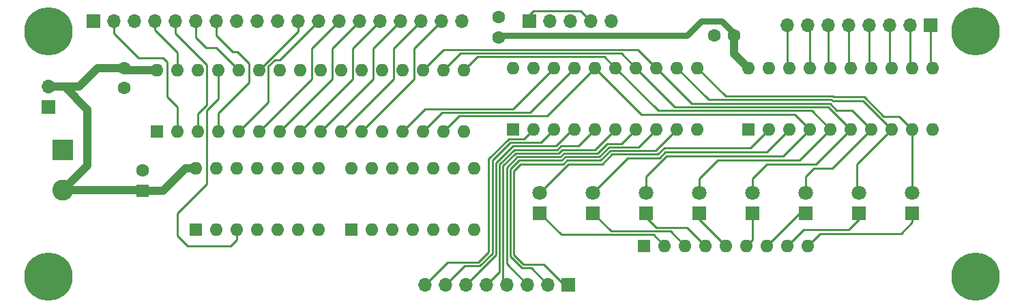
<source format=gbr>
%TF.GenerationSoftware,KiCad,Pcbnew,(5.1.9-0-10_14)*%
%TF.CreationDate,2021-05-21T22:27:02-04:00*%
%TF.ProjectId,RAM,52414d2e-6b69-4636-9164-5f7063625858,rev?*%
%TF.SameCoordinates,Original*%
%TF.FileFunction,Copper,L1,Top*%
%TF.FilePolarity,Positive*%
%FSLAX46Y46*%
G04 Gerber Fmt 4.6, Leading zero omitted, Abs format (unit mm)*
G04 Created by KiCad (PCBNEW (5.1.9-0-10_14)) date 2021-05-21 22:27:02*
%MOMM*%
%LPD*%
G01*
G04 APERTURE LIST*
%TA.AperFunction,ComponentPad*%
%ADD10O,1.700000X1.700000*%
%TD*%
%TA.AperFunction,ComponentPad*%
%ADD11R,1.700000X1.700000*%
%TD*%
%TA.AperFunction,ComponentPad*%
%ADD12O,1.600000X1.600000*%
%TD*%
%TA.AperFunction,ComponentPad*%
%ADD13R,1.600000X1.600000*%
%TD*%
%TA.AperFunction,ComponentPad*%
%ADD14C,6.000000*%
%TD*%
%TA.AperFunction,ComponentPad*%
%ADD15C,0.800000*%
%TD*%
%TA.AperFunction,ComponentPad*%
%ADD16C,2.600000*%
%TD*%
%TA.AperFunction,ComponentPad*%
%ADD17R,2.600000X2.600000*%
%TD*%
%TA.AperFunction,ComponentPad*%
%ADD18C,1.800000*%
%TD*%
%TA.AperFunction,ComponentPad*%
%ADD19R,1.800000X1.800000*%
%TD*%
%TA.AperFunction,ComponentPad*%
%ADD20C,1.600000*%
%TD*%
%TA.AperFunction,Conductor*%
%ADD21C,1.000000*%
%TD*%
%TA.AperFunction,Conductor*%
%ADD22C,0.750000*%
%TD*%
%TA.AperFunction,Conductor*%
%ADD23C,0.250000*%
%TD*%
G04 APERTURE END LIST*
D10*
%TO.P,J2,5*%
%TO.N,OUTPUT_ENABLE*%
X145796000Y-66294000D03*
%TO.P,J2,4*%
%TO.N,WRITE_ENABLE*%
X143256000Y-66294000D03*
%TO.P,J2,3*%
%TO.N,CLOCK*%
X140716000Y-66294000D03*
%TO.P,J2,2*%
%TO.N,PROGRAM_MODE*%
X138176000Y-66294000D03*
D11*
%TO.P,J2,1*%
%TO.N,WRITE_ENABLE*%
X135636000Y-66294000D03*
%TD*%
D12*
%TO.P,U6,14*%
%TO.N,VCC*%
X113538000Y-84582000D03*
%TO.P,U6,7*%
%TO.N,GND*%
X128778000Y-92202000D03*
%TO.P,U6,13*%
%TO.N,N/C*%
X116078000Y-84582000D03*
%TO.P,U6,6*%
X126238000Y-92202000D03*
%TO.P,U6,12*%
X118618000Y-84582000D03*
%TO.P,U6,5*%
X123698000Y-92202000D03*
%TO.P,U6,11*%
X121158000Y-84582000D03*
%TO.P,U6,4*%
X121158000Y-92202000D03*
%TO.P,U6,10*%
X123698000Y-84582000D03*
%TO.P,U6,3*%
%TO.N,Net-(U4-Pad1)*%
X118618000Y-92202000D03*
%TO.P,U6,9*%
%TO.N,N/C*%
X126238000Y-84582000D03*
%TO.P,U6,2*%
%TO.N,CLOCK*%
X116078000Y-92202000D03*
%TO.P,U6,8*%
%TO.N,N/C*%
X128778000Y-84582000D03*
D13*
%TO.P,U6,1*%
%TO.N,PROGRAM_MODE*%
X113538000Y-92202000D03*
%TD*%
D12*
%TO.P,U4,14*%
%TO.N,VCC*%
X94234000Y-84582000D03*
%TO.P,U4,7*%
%TO.N,GND*%
X109474000Y-92202000D03*
%TO.P,U4,13*%
%TO.N,N/C*%
X96774000Y-84582000D03*
%TO.P,U4,6*%
X106934000Y-92202000D03*
%TO.P,U4,12*%
X99314000Y-84582000D03*
%TO.P,U4,5*%
X104394000Y-92202000D03*
%TO.P,U4,11*%
X101854000Y-84582000D03*
%TO.P,U4,4*%
X101854000Y-92202000D03*
%TO.P,U4,10*%
X104394000Y-84582000D03*
%TO.P,U4,3*%
%TO.N,Net-(U1-Pad29)*%
X99314000Y-92202000D03*
%TO.P,U4,9*%
%TO.N,N/C*%
X106934000Y-84582000D03*
%TO.P,U4,2*%
%TO.N,WRITE_ENABLE*%
X96774000Y-92202000D03*
%TO.P,U4,8*%
%TO.N,N/C*%
X109474000Y-84582000D03*
D13*
%TO.P,U4,1*%
%TO.N,Net-(U4-Pad1)*%
X94234000Y-92202000D03*
%TD*%
D12*
%TO.P,U2,20*%
%TO.N,VCC*%
X162814000Y-72136000D03*
%TO.P,U2,10*%
%TO.N,GND*%
X185674000Y-79756000D03*
%TO.P,U2,19*%
%TO.N,OUTPUT_ENABLE*%
X165354000Y-72136000D03*
%TO.P,U2,9*%
%TO.N,/IO7*%
X183134000Y-79756000D03*
%TO.P,U2,18*%
%TO.N,BUS0*%
X167894000Y-72136000D03*
%TO.P,U2,8*%
%TO.N,/IO6*%
X180594000Y-79756000D03*
%TO.P,U2,17*%
%TO.N,BUS1*%
X170434000Y-72136000D03*
%TO.P,U2,7*%
%TO.N,/IO5*%
X178054000Y-79756000D03*
%TO.P,U2,16*%
%TO.N,BUS2*%
X172974000Y-72136000D03*
%TO.P,U2,6*%
%TO.N,/IO4*%
X175514000Y-79756000D03*
%TO.P,U2,15*%
%TO.N,BUS3*%
X175514000Y-72136000D03*
%TO.P,U2,5*%
%TO.N,/IO3*%
X172974000Y-79756000D03*
%TO.P,U2,14*%
%TO.N,BUS4*%
X178054000Y-72136000D03*
%TO.P,U2,4*%
%TO.N,/IO2*%
X170434000Y-79756000D03*
%TO.P,U2,13*%
%TO.N,BUS5*%
X180594000Y-72136000D03*
%TO.P,U2,3*%
%TO.N,/IO1*%
X167894000Y-79756000D03*
%TO.P,U2,12*%
%TO.N,BUS6*%
X183134000Y-72136000D03*
%TO.P,U2,2*%
%TO.N,/IO0*%
X165354000Y-79756000D03*
%TO.P,U2,11*%
%TO.N,BUS7*%
X185674000Y-72136000D03*
D13*
%TO.P,U2,1*%
%TO.N,VCC*%
X162814000Y-79756000D03*
%TD*%
D10*
%TO.P,J7,8*%
%TO.N,D0*%
X122682000Y-99060000D03*
%TO.P,J7,7*%
%TO.N,D1*%
X125222000Y-99060000D03*
%TO.P,J7,6*%
%TO.N,D2*%
X127762000Y-99060000D03*
%TO.P,J7,5*%
%TO.N,D3*%
X130302000Y-99060000D03*
%TO.P,J7,4*%
%TO.N,D4*%
X132842000Y-99060000D03*
%TO.P,J7,3*%
%TO.N,D5*%
X135382000Y-99060000D03*
%TO.P,J7,2*%
%TO.N,D6*%
X137922000Y-99060000D03*
D11*
%TO.P,J7,1*%
%TO.N,D7*%
X140462000Y-99060000D03*
%TD*%
D10*
%TO.P,J6,8*%
%TO.N,BUS0*%
X167640000Y-66802000D03*
%TO.P,J6,7*%
%TO.N,BUS1*%
X170180000Y-66802000D03*
%TO.P,J6,6*%
%TO.N,BUS2*%
X172720000Y-66802000D03*
%TO.P,J6,5*%
%TO.N,BUS3*%
X175260000Y-66802000D03*
%TO.P,J6,4*%
%TO.N,BUS4*%
X177800000Y-66802000D03*
%TO.P,J6,3*%
%TO.N,BUS5*%
X180340000Y-66802000D03*
%TO.P,J6,2*%
%TO.N,BUS6*%
X182880000Y-66802000D03*
D11*
%TO.P,J6,1*%
%TO.N,BUS7*%
X185420000Y-66802000D03*
%TD*%
D10*
%TO.P,J3,2*%
%TO.N,VCC*%
X75946000Y-74422000D03*
D11*
%TO.P,J3,1*%
%TO.N,GND*%
X75946000Y-76962000D03*
%TD*%
D10*
%TO.P,J1,19*%
%TO.N,A0*%
X127254000Y-66294000D03*
%TO.P,J1,18*%
%TO.N,A1*%
X124714000Y-66294000D03*
%TO.P,J1,17*%
%TO.N,A2*%
X122174000Y-66294000D03*
%TO.P,J1,16*%
%TO.N,A3*%
X119634000Y-66294000D03*
%TO.P,J1,15*%
%TO.N,A4*%
X117094000Y-66294000D03*
%TO.P,J1,14*%
%TO.N,A5*%
X114554000Y-66294000D03*
%TO.P,J1,13*%
%TO.N,A6*%
X112014000Y-66294000D03*
%TO.P,J1,12*%
%TO.N,A7*%
X109474000Y-66294000D03*
%TO.P,J1,11*%
%TO.N,A8*%
X106934000Y-66294000D03*
%TO.P,J1,10*%
%TO.N,A9*%
X104394000Y-66294000D03*
%TO.P,J1,9*%
%TO.N,A10*%
X101854000Y-66294000D03*
%TO.P,J1,8*%
%TO.N,A11*%
X99314000Y-66294000D03*
%TO.P,J1,7*%
%TO.N,A12*%
X96774000Y-66294000D03*
%TO.P,J1,6*%
%TO.N,A13*%
X94234000Y-66294000D03*
%TO.P,J1,5*%
%TO.N,A14*%
X91694000Y-66294000D03*
%TO.P,J1,4*%
%TO.N,A15*%
X89154000Y-66294000D03*
%TO.P,J1,3*%
%TO.N,VCC*%
X86614000Y-66294000D03*
%TO.P,J1,2*%
%TO.N,A16*%
X84074000Y-66294000D03*
D11*
%TO.P,J1,1*%
%TO.N,GND*%
X81534000Y-66294000D03*
%TD*%
D14*
%TO.P,REF\u002A\u002A,1*%
%TO.N,N/C*%
X191008000Y-67564000D03*
D15*
X193258000Y-67564000D03*
X192598990Y-69154990D03*
X191008000Y-69814000D03*
X189417010Y-69154990D03*
X188758000Y-67564000D03*
X189417010Y-65973010D03*
X191008000Y-65314000D03*
X192598990Y-65973010D03*
%TD*%
%TO.P,REF\u002A\u002A,1*%
%TO.N,N/C*%
X192598990Y-96453010D03*
X191008000Y-95794000D03*
X189417010Y-96453010D03*
X188758000Y-98044000D03*
X189417010Y-99634990D03*
X191008000Y-100294000D03*
X192598990Y-99634990D03*
X193258000Y-98044000D03*
D14*
X191008000Y-98044000D03*
%TD*%
%TO.P,REF\u002A\u002A,1*%
%TO.N,N/C*%
X75946000Y-98044000D03*
D15*
X78196000Y-98044000D03*
X77536990Y-99634990D03*
X75946000Y-100294000D03*
X74355010Y-99634990D03*
X73696000Y-98044000D03*
X74355010Y-96453010D03*
X75946000Y-95794000D03*
X77536990Y-96453010D03*
%TD*%
%TO.P,REF\u002A\u002A,1*%
%TO.N,N/C*%
X77536990Y-65973010D03*
X75946000Y-65314000D03*
X74355010Y-65973010D03*
X73696000Y-67564000D03*
X74355010Y-69154990D03*
X75946000Y-69814000D03*
X77536990Y-69154990D03*
X78196000Y-67564000D03*
D14*
X75946000Y-67564000D03*
%TD*%
D12*
%TO.P,U3,20*%
%TO.N,VCC*%
X133604000Y-72136000D03*
%TO.P,U3,10*%
%TO.N,GND*%
X156464000Y-79756000D03*
%TO.P,U3,19*%
%TO.N,Net-(U1-Pad29)*%
X136144000Y-72136000D03*
%TO.P,U3,9*%
%TO.N,D7*%
X153924000Y-79756000D03*
%TO.P,U3,18*%
%TO.N,/IO0*%
X138684000Y-72136000D03*
%TO.P,U3,8*%
%TO.N,D6*%
X151384000Y-79756000D03*
%TO.P,U3,17*%
%TO.N,/IO1*%
X141224000Y-72136000D03*
%TO.P,U3,7*%
%TO.N,D5*%
X148844000Y-79756000D03*
%TO.P,U3,16*%
%TO.N,/IO2*%
X143764000Y-72136000D03*
%TO.P,U3,6*%
%TO.N,D4*%
X146304000Y-79756000D03*
%TO.P,U3,15*%
%TO.N,/IO3*%
X146304000Y-72136000D03*
%TO.P,U3,5*%
%TO.N,D3*%
X143764000Y-79756000D03*
%TO.P,U3,14*%
%TO.N,/IO4*%
X148844000Y-72136000D03*
%TO.P,U3,4*%
%TO.N,D2*%
X141224000Y-79756000D03*
%TO.P,U3,13*%
%TO.N,/IO5*%
X151384000Y-72136000D03*
%TO.P,U3,3*%
%TO.N,D1*%
X138684000Y-79756000D03*
%TO.P,U3,12*%
%TO.N,/IO6*%
X153924000Y-72136000D03*
%TO.P,U3,2*%
%TO.N,D0*%
X136144000Y-79756000D03*
%TO.P,U3,11*%
%TO.N,/IO7*%
X156464000Y-72136000D03*
D13*
%TO.P,U3,1*%
%TO.N,VCC*%
X133604000Y-79756000D03*
%TD*%
D12*
%TO.P,U1,32*%
%TO.N,VCC*%
X89408000Y-72390000D03*
%TO.P,U1,16*%
%TO.N,GND*%
X127508000Y-80010000D03*
%TO.P,U1,31*%
%TO.N,A15*%
X91948000Y-72390000D03*
%TO.P,U1,15*%
%TO.N,/IO2*%
X124968000Y-80010000D03*
%TO.P,U1,30*%
%TO.N,VCC*%
X94488000Y-72390000D03*
%TO.P,U1,14*%
%TO.N,/IO1*%
X122428000Y-80010000D03*
%TO.P,U1,29*%
%TO.N,Net-(U1-Pad29)*%
X97028000Y-72390000D03*
%TO.P,U1,13*%
%TO.N,/IO0*%
X119888000Y-80010000D03*
%TO.P,U1,28*%
%TO.N,A13*%
X99568000Y-72390000D03*
%TO.P,U1,12*%
%TO.N,A0*%
X117348000Y-80010000D03*
%TO.P,U1,27*%
%TO.N,A8*%
X102108000Y-72390000D03*
%TO.P,U1,11*%
%TO.N,A1*%
X114808000Y-80010000D03*
%TO.P,U1,26*%
%TO.N,A9*%
X104648000Y-72390000D03*
%TO.P,U1,10*%
%TO.N,A2*%
X112268000Y-80010000D03*
%TO.P,U1,25*%
%TO.N,A11*%
X107188000Y-72390000D03*
%TO.P,U1,9*%
%TO.N,A3*%
X109728000Y-80010000D03*
%TO.P,U1,24*%
%TO.N,GND*%
X109728000Y-72390000D03*
%TO.P,U1,8*%
%TO.N,A4*%
X107188000Y-80010000D03*
%TO.P,U1,23*%
%TO.N,A10*%
X112268000Y-72390000D03*
%TO.P,U1,7*%
%TO.N,A5*%
X104648000Y-80010000D03*
%TO.P,U1,22*%
%TO.N,GND*%
X114808000Y-72390000D03*
%TO.P,U1,6*%
%TO.N,A6*%
X102108000Y-80010000D03*
%TO.P,U1,21*%
%TO.N,/IO7*%
X117348000Y-72390000D03*
%TO.P,U1,5*%
%TO.N,A7*%
X99568000Y-80010000D03*
%TO.P,U1,20*%
%TO.N,/IO6*%
X119888000Y-72390000D03*
%TO.P,U1,4*%
%TO.N,A12*%
X97028000Y-80010000D03*
%TO.P,U1,19*%
%TO.N,/IO5*%
X122428000Y-72390000D03*
%TO.P,U1,3*%
%TO.N,A14*%
X94488000Y-80010000D03*
%TO.P,U1,18*%
%TO.N,/IO4*%
X124968000Y-72390000D03*
%TO.P,U1,2*%
%TO.N,A16*%
X91948000Y-80010000D03*
%TO.P,U1,17*%
%TO.N,/IO3*%
X127508000Y-72390000D03*
D13*
%TO.P,U1,1*%
%TO.N,Net-(U1-Pad1)*%
X89408000Y-80010000D03*
%TD*%
D12*
%TO.P,RN1,9*%
%TO.N,Net-(D1-Pad1)*%
X170180000Y-94234000D03*
%TO.P,RN1,8*%
%TO.N,Net-(D2-Pad1)*%
X167640000Y-94234000D03*
%TO.P,RN1,7*%
%TO.N,Net-(D3-Pad1)*%
X165100000Y-94234000D03*
%TO.P,RN1,6*%
%TO.N,Net-(D4-Pad1)*%
X162560000Y-94234000D03*
%TO.P,RN1,5*%
%TO.N,Net-(D5-Pad1)*%
X160020000Y-94234000D03*
%TO.P,RN1,4*%
%TO.N,Net-(D6-Pad1)*%
X157480000Y-94234000D03*
%TO.P,RN1,3*%
%TO.N,Net-(D7-Pad1)*%
X154940000Y-94234000D03*
%TO.P,RN1,2*%
%TO.N,Net-(D8-Pad1)*%
X152400000Y-94234000D03*
D13*
%TO.P,RN1,1*%
%TO.N,GND*%
X149860000Y-94234000D03*
%TD*%
D16*
%TO.P,J4,2*%
%TO.N,VCC*%
X77724000Y-87296000D03*
D17*
%TO.P,J4,1*%
%TO.N,GND*%
X77724000Y-82296000D03*
%TD*%
D18*
%TO.P,D8,2*%
%TO.N,/IO0*%
X136906000Y-87630000D03*
D19*
%TO.P,D8,1*%
%TO.N,Net-(D8-Pad1)*%
X136906000Y-90170000D03*
%TD*%
D18*
%TO.P,D7,2*%
%TO.N,/IO1*%
X143510000Y-87630000D03*
D19*
%TO.P,D7,1*%
%TO.N,Net-(D7-Pad1)*%
X143510000Y-90170000D03*
%TD*%
D18*
%TO.P,D6,2*%
%TO.N,/IO2*%
X150114000Y-87630000D03*
D19*
%TO.P,D6,1*%
%TO.N,Net-(D6-Pad1)*%
X150114000Y-90170000D03*
%TD*%
D18*
%TO.P,D5,2*%
%TO.N,/IO3*%
X156718000Y-87630000D03*
D19*
%TO.P,D5,1*%
%TO.N,Net-(D5-Pad1)*%
X156718000Y-90170000D03*
%TD*%
D18*
%TO.P,D4,2*%
%TO.N,/IO4*%
X163322000Y-87630000D03*
D19*
%TO.P,D4,1*%
%TO.N,Net-(D4-Pad1)*%
X163322000Y-90170000D03*
%TD*%
D18*
%TO.P,D3,2*%
%TO.N,/IO5*%
X169926000Y-87630000D03*
D19*
%TO.P,D3,1*%
%TO.N,Net-(D3-Pad1)*%
X169926000Y-90170000D03*
%TD*%
D18*
%TO.P,D2,2*%
%TO.N,/IO6*%
X176530000Y-87630000D03*
D19*
%TO.P,D2,1*%
%TO.N,Net-(D2-Pad1)*%
X176530000Y-90170000D03*
%TD*%
D18*
%TO.P,D1,2*%
%TO.N,/IO7*%
X183134000Y-87630000D03*
D19*
%TO.P,D1,1*%
%TO.N,Net-(D1-Pad1)*%
X183134000Y-90170000D03*
%TD*%
D20*
%TO.P,C4,2*%
%TO.N,GND*%
X158536000Y-68072000D03*
%TO.P,C4,1*%
%TO.N,VCC*%
X161036000Y-68072000D03*
%TD*%
%TO.P,C3,2*%
%TO.N,GND*%
X131826000Y-65826000D03*
%TO.P,C3,1*%
%TO.N,VCC*%
X131826000Y-68326000D03*
%TD*%
%TO.P,C2,2*%
%TO.N,GND*%
X85344000Y-74636000D03*
%TO.P,C2,1*%
%TO.N,VCC*%
X85344000Y-72136000D03*
%TD*%
%TO.P,C1,2*%
%TO.N,GND*%
X87630000Y-84876000D03*
D13*
%TO.P,C1,1*%
%TO.N,VCC*%
X87630000Y-87376000D03*
%TD*%
D21*
%TO.N,VCC*%
X87550000Y-87296000D02*
X87630000Y-87376000D01*
X77724000Y-87296000D02*
X87550000Y-87296000D01*
X75946000Y-74454000D02*
X77946000Y-74454000D01*
X77946000Y-74454000D02*
X80772000Y-77280000D01*
X80772000Y-84248000D02*
X77724000Y-87296000D01*
X80772000Y-77280000D02*
X80772000Y-84248000D01*
X90170000Y-87376000D02*
X87630000Y-87376000D01*
X75946000Y-74454000D02*
X79724000Y-74454000D01*
X82042000Y-72136000D02*
X85344000Y-72136000D01*
X79724000Y-74454000D02*
X82042000Y-72136000D01*
X85598000Y-72390000D02*
X85344000Y-72136000D01*
X89408000Y-72390000D02*
X85598000Y-72390000D01*
X161036000Y-70358000D02*
X162814000Y-72136000D01*
X161036000Y-68072000D02*
X161036000Y-70358000D01*
D22*
X161036000Y-67818000D02*
X161036000Y-68072000D01*
X159512000Y-66294000D02*
X161036000Y-67818000D01*
X156972000Y-66294000D02*
X159512000Y-66294000D01*
X155194000Y-68072000D02*
X156972000Y-66294000D01*
X131826000Y-68072000D02*
X155194000Y-68072000D01*
D21*
X94234000Y-84582000D02*
X92964000Y-84582000D01*
X92964000Y-84582000D02*
X90170000Y-87376000D01*
D23*
%TO.N,Net-(D1-Pad1)*%
X183134000Y-91320000D02*
X181744000Y-92710000D01*
X183134000Y-90170000D02*
X183134000Y-91320000D01*
X171704000Y-92710000D02*
X170180000Y-94234000D01*
X181744000Y-92710000D02*
X171704000Y-92710000D01*
%TO.N,Net-(D2-Pad1)*%
X176530000Y-90170000D02*
X176530000Y-90932000D01*
X176530000Y-90932000D02*
X175260000Y-92202000D01*
X169672000Y-92202000D02*
X167640000Y-94234000D01*
X175260000Y-92202000D02*
X169672000Y-92202000D01*
%TO.N,Net-(D3-Pad1)*%
X169164000Y-90170000D02*
X169926000Y-90170000D01*
X165100000Y-94234000D02*
X169164000Y-90170000D01*
%TO.N,Net-(D4-Pad1)*%
X163322000Y-93472000D02*
X162560000Y-94234000D01*
X163322000Y-90170000D02*
X163322000Y-93472000D01*
%TO.N,Net-(D5-Pad1)*%
X156718000Y-90932000D02*
X160020000Y-94234000D01*
X156718000Y-90170000D02*
X156718000Y-90932000D01*
%TO.N,Net-(D6-Pad1)*%
X150114000Y-90170000D02*
X150114000Y-90678000D01*
X150114000Y-90678000D02*
X151384000Y-91948000D01*
X155194000Y-91948000D02*
X157480000Y-94234000D01*
X151384000Y-91948000D02*
X155194000Y-91948000D01*
%TO.N,Net-(D7-Pad1)*%
X153104011Y-92398011D02*
X154940000Y-94234000D01*
X143510000Y-90170000D02*
X145738011Y-92398011D01*
X145738011Y-92398011D02*
X153104011Y-92398011D01*
%TO.N,Net-(D8-Pad1)*%
X136906000Y-90170000D02*
X139584022Y-92848022D01*
X139584022Y-92848022D02*
X151014022Y-92848022D01*
X151014022Y-92848022D02*
X152400000Y-94234000D01*
%TO.N,Net-(U1-Pad29)*%
X98552000Y-94234000D02*
X99314000Y-93472000D01*
X99314000Y-93472000D02*
X99314000Y-92202000D01*
X97028000Y-72390000D02*
X97028000Y-75946000D01*
X97028000Y-75946000D02*
X95613001Y-77360999D01*
X95613001Y-77360999D02*
X95613001Y-86504999D01*
X93218000Y-94234000D02*
X98552000Y-94234000D01*
X91948000Y-90170000D02*
X91948000Y-92964000D01*
X91948000Y-92964000D02*
X93218000Y-94234000D01*
X95613001Y-86504999D02*
X91948000Y-90170000D01*
%TO.N,/IO7*%
X183134000Y-79756000D02*
X183134000Y-87630000D01*
X181516067Y-78138066D02*
X183134000Y-79756000D01*
X173408756Y-75749989D02*
X177215934Y-75749989D01*
X177215934Y-75749989D02*
X179604011Y-78138066D01*
X159962011Y-75634011D02*
X173292778Y-75634011D01*
X173292778Y-75634011D02*
X173408756Y-75749989D01*
X156464000Y-72136000D02*
X159962011Y-75634011D01*
X179604011Y-78138066D02*
X181516067Y-78138066D01*
%TO.N,/IO6*%
X180594000Y-79756000D02*
X176276000Y-84074000D01*
X176276000Y-87376000D02*
X176530000Y-87630000D01*
X176276000Y-84074000D02*
X176276000Y-87376000D01*
X177029534Y-76200000D02*
X180585534Y-79756000D01*
X153924000Y-72136000D02*
X157872022Y-76084022D01*
X180585534Y-79756000D02*
X180594000Y-79756000D01*
X173106378Y-76084022D02*
X173222356Y-76200000D01*
X173222356Y-76200000D02*
X177029534Y-76200000D01*
X157872022Y-76084022D02*
X173106378Y-76084022D01*
%TO.N,/IO5*%
X149098000Y-69850000D02*
X151384000Y-72136000D01*
X122428000Y-72390000D02*
X124968000Y-69850000D01*
X124968000Y-69850000D02*
X149098000Y-69850000D01*
X178054000Y-79756000D02*
X173228000Y-84582000D01*
X173228000Y-84582000D02*
X170942000Y-84582000D01*
X169926000Y-85598000D02*
X169926000Y-87630000D01*
X170942000Y-84582000D02*
X169926000Y-85598000D01*
X173762011Y-77376066D02*
X175674066Y-77376066D01*
X151384000Y-72136000D02*
X155782033Y-76534033D01*
X155782033Y-76534033D02*
X172919978Y-76534033D01*
X175674066Y-77376066D02*
X178054000Y-79756000D01*
X172919978Y-76534033D02*
X173762011Y-77376066D01*
%TO.N,/IO4*%
X127057989Y-70300011D02*
X147008011Y-70300011D01*
X147008011Y-70300011D02*
X148844000Y-72136000D01*
X124968000Y-72390000D02*
X127057989Y-70300011D01*
X163322000Y-87630000D02*
X163322000Y-85852000D01*
X163322000Y-85852000D02*
X165100000Y-84074000D01*
X171196000Y-84074000D02*
X175514000Y-79756000D01*
X165100000Y-84074000D02*
X171196000Y-84074000D01*
X148844000Y-72136000D02*
X153692044Y-76984044D01*
X153692044Y-76984044D02*
X172733578Y-76984044D01*
X172733578Y-76984044D02*
X175505534Y-79756000D01*
X175505534Y-79756000D02*
X175514000Y-79756000D01*
%TO.N,/IO3*%
X127508000Y-72390000D02*
X129147978Y-70750022D01*
X129147978Y-70750022D02*
X144918022Y-70750022D01*
X144918022Y-70750022D02*
X146304000Y-72136000D01*
X156718000Y-87630000D02*
X156718000Y-85852000D01*
X156718000Y-85852000D02*
X159004000Y-83566000D01*
X169164000Y-83566000D02*
X172974000Y-79756000D01*
X159004000Y-83566000D02*
X169164000Y-83566000D01*
X170652055Y-77434055D02*
X172974000Y-79756000D01*
X146304000Y-72136000D02*
X151602055Y-77434055D01*
X151602055Y-77434055D02*
X170652055Y-77434055D01*
%TO.N,/IO2*%
X137783978Y-78116022D02*
X143764000Y-72136000D01*
X124968000Y-80010000D02*
X126861978Y-78116022D01*
X126861978Y-78116022D02*
X137783978Y-78116022D01*
X150114000Y-87630000D02*
X150114000Y-85598000D01*
X150114000Y-85598000D02*
X152654000Y-83058000D01*
X167132000Y-83058000D02*
X170434000Y-79756000D01*
X152654000Y-83058000D02*
X167132000Y-83058000D01*
X149512066Y-77884066D02*
X168562066Y-77884066D01*
X168562066Y-77884066D02*
X170434000Y-79756000D01*
X143764000Y-72136000D02*
X149512066Y-77884066D01*
%TO.N,/IO1*%
X135693989Y-77666011D02*
X141224000Y-72136000D01*
X122428000Y-80010000D02*
X124771989Y-77666011D01*
X124771989Y-77666011D02*
X135693989Y-77666011D01*
X165042011Y-82607989D02*
X167894000Y-79756000D01*
X152467600Y-82607989D02*
X165042011Y-82607989D01*
X151763589Y-83312000D02*
X152467600Y-82607989D01*
X147828000Y-83312000D02*
X151763589Y-83312000D01*
X143510000Y-87630000D02*
X147828000Y-83312000D01*
%TO.N,/IO0*%
X119888000Y-80010000D02*
X122682000Y-77216000D01*
X133604000Y-77216000D02*
X138684000Y-72136000D01*
X122682000Y-77216000D02*
X133604000Y-77216000D01*
X144651589Y-84074000D02*
X140462000Y-84074000D01*
X165354000Y-79756000D02*
X163068000Y-82042000D01*
X163068000Y-82042000D02*
X152397178Y-82042000D01*
X145863600Y-82861989D02*
X144651589Y-84074000D01*
X152397178Y-82042000D02*
X151577189Y-82861989D01*
X151577189Y-82861989D02*
X145863600Y-82861989D01*
X140462000Y-84074000D02*
X136906000Y-87630000D01*
%TO.N,A1*%
X118473001Y-76344999D02*
X114808000Y-80010000D01*
X121302999Y-73515001D02*
X118473001Y-76344999D01*
X121302999Y-69705001D02*
X121302999Y-73515001D01*
X124714000Y-66294000D02*
X121302999Y-69705001D01*
%TO.N,A2*%
X115933001Y-76344999D02*
X112268000Y-80010000D01*
X118762999Y-69705001D02*
X118762999Y-73515001D01*
X118762999Y-73515001D02*
X115933001Y-76344999D01*
X122174000Y-66294000D02*
X118762999Y-69705001D01*
%TO.N,A3*%
X113566000Y-76172000D02*
X109728000Y-80010000D01*
X116222999Y-73515001D02*
X113566000Y-76172000D01*
X116222999Y-69705001D02*
X116222999Y-73515001D01*
X119634000Y-66294000D02*
X116222999Y-69705001D01*
%TO.N,A4*%
X110853001Y-76344999D02*
X107188000Y-80010000D01*
X113682999Y-69705001D02*
X113682999Y-73515001D01*
X117094000Y-66294000D02*
X113682999Y-69705001D01*
X113682999Y-73515001D02*
X110853001Y-76344999D01*
%TO.N,A5*%
X111142999Y-73515001D02*
X108204000Y-76454000D01*
X111142999Y-69705001D02*
X111142999Y-73515001D01*
X114554000Y-66294000D02*
X111142999Y-69705001D01*
X108204000Y-76454000D02*
X104648000Y-80010000D01*
X108313001Y-76344999D02*
X108204000Y-76454000D01*
%TO.N,A6*%
X105773001Y-76344999D02*
X102108000Y-80010000D01*
X108602999Y-73515001D02*
X105773001Y-76344999D01*
X108602999Y-69705001D02*
X108602999Y-73515001D01*
X112014000Y-66294000D02*
X108602999Y-69705001D01*
%TO.N,A7*%
X104016011Y-71118400D02*
X103233001Y-71901409D01*
X103233001Y-71901409D02*
X103233001Y-76344999D01*
X103233001Y-76344999D02*
X99568000Y-80010000D01*
X104649600Y-71118400D02*
X104016011Y-71118400D01*
X109474000Y-66294000D02*
X104649600Y-71118400D01*
%TO.N,A8*%
X106934000Y-67564000D02*
X106934000Y-66294000D01*
X102108000Y-72390000D02*
X106934000Y-67564000D01*
%TO.N,A12*%
X96774000Y-68072000D02*
X96774000Y-66294000D01*
X98806000Y-70104000D02*
X96774000Y-68072000D01*
X97028000Y-80010000D02*
X97028000Y-77724000D01*
X99384501Y-70104000D02*
X98806000Y-70104000D01*
X100838000Y-71557499D02*
X99384501Y-70104000D01*
X97028000Y-77724000D02*
X100838000Y-73914000D01*
X100838000Y-73914000D02*
X100838000Y-71557499D01*
%TO.N,A13*%
X94234000Y-68326000D02*
X94234000Y-66294000D01*
X95504000Y-69596000D02*
X94234000Y-68326000D01*
X96774000Y-69596000D02*
X95504000Y-69596000D01*
X99568000Y-72390000D02*
X96774000Y-69596000D01*
%TO.N,A14*%
X94488000Y-77849590D02*
X94488000Y-80010000D01*
X95613001Y-76724589D02*
X94488000Y-77849590D01*
X95613001Y-71737001D02*
X95613001Y-76724589D01*
X91694000Y-67818000D02*
X95613001Y-71737001D01*
X91694000Y-66294000D02*
X91694000Y-67818000D01*
%TO.N,A15*%
X91948000Y-70200000D02*
X91948000Y-72390000D01*
X89154000Y-67406000D02*
X91948000Y-70200000D01*
X89154000Y-66294000D02*
X89154000Y-67406000D01*
%TO.N,A16*%
X84074000Y-67818000D02*
X84074000Y-66294000D01*
X87122000Y-70866000D02*
X84074000Y-67818000D01*
X90170000Y-70866000D02*
X87122000Y-70866000D01*
X90678000Y-75692000D02*
X90678000Y-71374000D01*
X90678000Y-71374000D02*
X90170000Y-70866000D01*
X91948000Y-76962000D02*
X90678000Y-75692000D01*
X91948000Y-80010000D02*
X91948000Y-76962000D01*
%TO.N,WRITE_ENABLE*%
X135636000Y-65532000D02*
X135636000Y-66294000D01*
X136144000Y-65024000D02*
X135636000Y-65532000D01*
X141986000Y-65024000D02*
X136144000Y-65024000D01*
X143256000Y-66294000D02*
X141986000Y-65024000D01*
%TO.N,BUS0*%
X167640000Y-71882000D02*
X167894000Y-72136000D01*
X167640000Y-66802000D02*
X167640000Y-71882000D01*
%TO.N,BUS1*%
X170434000Y-72136000D02*
X171067589Y-72136000D01*
X170434000Y-67056000D02*
X170180000Y-66802000D01*
X170434000Y-72136000D02*
X170434000Y-67056000D01*
%TO.N,BUS2*%
X172720000Y-71882000D02*
X172974000Y-72136000D01*
X172720000Y-66802000D02*
X172720000Y-71882000D01*
%TO.N,BUS3*%
X175514000Y-72136000D02*
X176147589Y-72136000D01*
X175260000Y-71882000D02*
X175514000Y-72136000D01*
X175260000Y-66802000D02*
X175260000Y-71882000D01*
%TO.N,BUS4*%
X177800000Y-71882000D02*
X178054000Y-72136000D01*
X177800000Y-66802000D02*
X177800000Y-71882000D01*
%TO.N,BUS5*%
X180340000Y-71882000D02*
X180594000Y-72136000D01*
X180340000Y-66802000D02*
X180340000Y-71882000D01*
%TO.N,BUS6*%
X182880000Y-71882000D02*
X183134000Y-72136000D01*
X182880000Y-66802000D02*
X182880000Y-71882000D01*
%TO.N,BUS7*%
X185420000Y-71882000D02*
X185674000Y-72136000D01*
X185420000Y-66802000D02*
X185420000Y-71882000D01*
%TO.N,D0*%
X133064022Y-80923923D02*
X134976077Y-80923923D01*
X130556000Y-83431945D02*
X133064022Y-80923923D01*
X129286000Y-96266000D02*
X130556000Y-94996000D01*
X122682000Y-99060000D02*
X125476000Y-96266000D01*
X130556000Y-94996000D02*
X130556000Y-83431945D01*
X134976077Y-80923923D02*
X136144000Y-79756000D01*
X125476000Y-96266000D02*
X129286000Y-96266000D01*
%TO.N,D1*%
X125222000Y-99060000D02*
X127565989Y-96716011D01*
X127565989Y-96716011D02*
X129472400Y-96716011D01*
X129472400Y-96716011D02*
X131006011Y-95182400D01*
X133250422Y-81373934D02*
X137066066Y-81373934D01*
X131006011Y-83618345D02*
X133250422Y-81373934D01*
X137066066Y-81373934D02*
X138684000Y-79756000D01*
X131006011Y-95182400D02*
X131006011Y-83618345D01*
%TO.N,D2*%
X141224000Y-79756000D02*
X140961534Y-79756000D01*
X133562411Y-81823945D02*
X131456022Y-83930334D01*
X140961534Y-79756000D02*
X138893589Y-81823945D01*
X138893589Y-81823945D02*
X133562411Y-81823945D01*
X131456022Y-83930334D02*
X131456022Y-95368800D01*
X131456022Y-95368800D02*
X127764822Y-99060000D01*
X127764822Y-99060000D02*
X127762000Y-99060000D01*
%TO.N,D3*%
X130745792Y-99060000D02*
X130302000Y-99060000D01*
X139530000Y-81823945D02*
X139079989Y-82273956D01*
X131906033Y-84116734D02*
X131906033Y-97455967D01*
X143764000Y-79756000D02*
X141696055Y-81823945D01*
X141696055Y-81823945D02*
X139530000Y-81823945D01*
X131906033Y-97455967D02*
X130302000Y-99060000D01*
X133748811Y-82273956D02*
X131906033Y-84116734D01*
X139079989Y-82273956D02*
X133748811Y-82273956D01*
%TO.N,D4*%
X139266389Y-82723967D02*
X133935211Y-82723967D01*
X132356044Y-84303134D02*
X132356044Y-98574044D01*
X143786044Y-82273956D02*
X139716400Y-82273956D01*
X132356044Y-98574044D02*
X132842000Y-99060000D01*
X146304000Y-79756000D02*
X143786044Y-82273956D01*
X139716400Y-82273956D02*
X139266389Y-82723967D01*
X133935211Y-82723967D02*
X132356044Y-84303134D01*
%TO.N,D5*%
X145304400Y-81511956D02*
X144092389Y-82723967D01*
X144092389Y-82723967D02*
X139902800Y-82723967D01*
X132806055Y-96484055D02*
X135382000Y-99060000D01*
X148844000Y-79756000D02*
X147088044Y-81511956D01*
X147088044Y-81511956D02*
X145304400Y-81511956D01*
X139452789Y-83173978D02*
X134121611Y-83173978D01*
X134121611Y-83173978D02*
X132806055Y-84489534D01*
X132806055Y-84489534D02*
X132806055Y-96484055D01*
X139902800Y-82723967D02*
X139452789Y-83173978D01*
%TO.N,D6*%
X151384000Y-79756000D02*
X149178033Y-81961967D01*
X134308011Y-83623989D02*
X133256066Y-84675934D01*
X140089200Y-83173978D02*
X139639189Y-83623989D01*
X133256066Y-95538477D02*
X134687600Y-96970011D01*
X149178033Y-81961967D02*
X145490800Y-81961967D01*
X145490800Y-81961967D02*
X144278789Y-83173978D01*
X134687600Y-96970011D02*
X135832011Y-96970011D01*
X144278789Y-83173978D02*
X140089200Y-83173978D01*
X135832011Y-96970011D02*
X137922000Y-99060000D01*
X139639189Y-83623989D02*
X134308011Y-83623989D01*
X133256066Y-84675934D02*
X133256066Y-95538477D01*
%TO.N,D7*%
X140275600Y-83623989D02*
X144465189Y-83623989D01*
X139825589Y-84074000D02*
X140275600Y-83623989D01*
X133706077Y-95352077D02*
X133706077Y-84929359D01*
X134874000Y-96520000D02*
X133706077Y-95352077D01*
X134561436Y-84074000D02*
X139825589Y-84074000D01*
X145677200Y-82411978D02*
X151268022Y-82411978D01*
X139954000Y-99060000D02*
X137414000Y-96520000D01*
X144465189Y-83623989D02*
X145677200Y-82411978D01*
X140462000Y-99060000D02*
X139954000Y-99060000D01*
X137414000Y-96520000D02*
X134874000Y-96520000D01*
X151268022Y-82411978D02*
X153924000Y-79756000D01*
X133706077Y-84929359D02*
X134561436Y-84074000D01*
%TD*%
M02*

</source>
